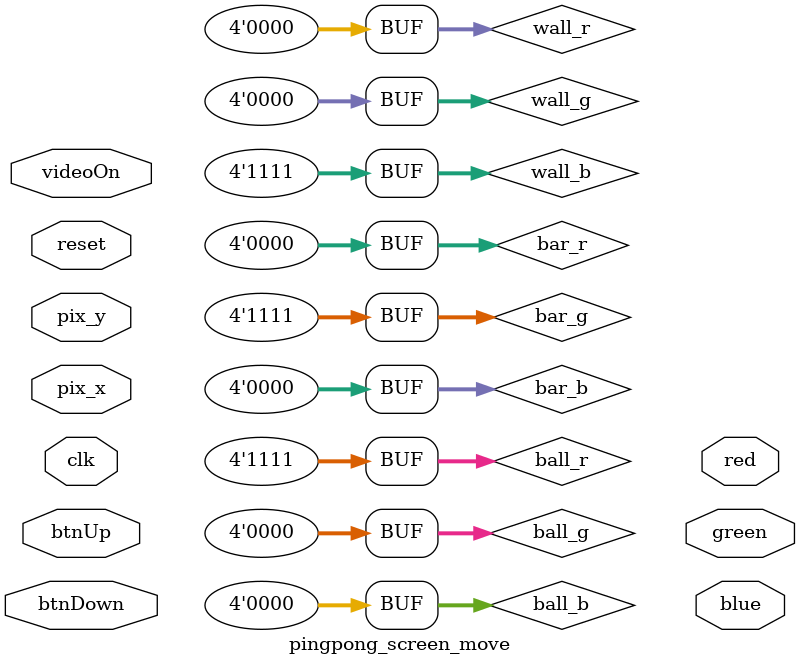
<source format=sv>
module pingpong_screen_move(
    input logic clk,reset,
    input logic btnUp,btnDown,
    input logic videoOn,
    input logic [10:0]pix_x,pix_y,
    output logic [3:0]red,green,blue
);
localparam
        MAX_X =640,MAX_Y= 480,//(0.0)to(639,479)
        //ÆÁÄ»²ÎÊý
        H_SYNC = 96,//horizontal sync width 
        H_BACK = 48,//left border (back porch)
        H_SYNC_START = H_SYNC+ H_BACK,//ÐÐÏÔÊ¾ºóÑØ=144£¨96+48£©
        V_SYNC = 2,//vertical sync lines
        V_TOP = 29,// v vertical top border
        V_SYNC_START =V_SYNC+V_TOP,//³¡ÏÔÊ¾ºóÑØ= 31£¨2+29£©
        //=== wall ===
        WALL_X_L= H_SYNC_START + 30,//left boundary 
        WALL_X_R = H_SYNC_START + 40,//right boundary 
        //=== bar ===
        BAR_X_L = H_SYNC_START + 600,//left boundary
        BAR_X_R = H_SYNC_START + 605,//right boundary
        BAR_Y_SIZE = 70,//bar µÄ¸ß¶È
        BAR_Y_T = V_SYNC_START + MAX_Y/2 - BAR_Y_SIZE/2,//Top=204 
        BAR_Y_B = BAR_Y_T + BAR_Y_SIZE -1,//bottom boundary 
        //=== ball ===
        BALL_SIZE = 8,
        BALL_X_L = H_SYNC_START + 580,//left boundary
        BALL_X_R = BALL_X_L + BALL_SIZE-1,//right boundary 
        BALL_Y_T = V_SYNC_START + MAX_Y/2 -BALL_SIZE/2,//top boundary
        BALL_Y_B = BALL_Y_T+ BALL_SIZE-1,//bottom boundary
        //===Ã¿´ÎÒÆ¶¯¾àÀë===
        BAR_V = 2,//bar
        BALL_V =2;//ball
        
logic wallOn,barOn, ballOn;
logic [3:0]wall_r,wall_g,wall_b;
logic [3:0]bar_r,bar_g,bar_b;
logic [3:0]ball_r,ball_g,ball_b;

logic [10:0]bar_y_t,bar_y_b;
//===WALL===
assign wallOn = (WALL_X_L <= pix_x) && (pix_x <= WALL_X_R);
    assign wall_r = 4'b0000;
    assign wall_g = 4'b0000;
    assign wall_b = 4'b1111;
//===BAR===
assign barOn = ((BAR_X_L <= pix_x) && (pix_x <= BAR_X_R) &&
                   (bar_y_t <= pix_y) && (pix_y <= bar_y_b));
assign bar_r = 4'b0000;
assign bar_g = 4'b1111;
assign bar_b = 4'b0000;
 
always@(posedge clk,posedge reset)
begin 
    if(reset)
    begin
        bar_y_t<=BAR_Y_T;
    end
    else if(btnDown & (bar_y_b <= (V_SYNC_START+MAX_Y-1-BAR_V)))
        bar_y_t<=bar_y_t+BAR_V;//move down
    else if(btnUp & (bar_y_t >= (V_SYNC_START+BAR_V)))
        bar_y_t<=bar_y_t-BAR_V;//move up
end

assign bar_y_b = bar_y_t + BAR_Y_SIZE - 1;

//===BALL===
logic [2:0] rom_addr,rom_col;
logic rom_bit;
logic [7:0]rom_data;
logic [10:0] ball_x_l,ball_x_r;
logic [10:0] ball_y_t,ball_y_b;
logic [10:0] ball_dx ,ball_dy ;

assign ball_x_r = ball_x_l + BALL_SIZE - 1;
assign ball_y_b = ball_y_t + BALL_SIZE - 1;

assign ballOn = ((ball_x_l <= pix_x) && (pix_x <= ball_x_r) &&
                    (ball_y_t <= pix_y) && (pix_y <= ball_y_b)) &
                    rom_bit;     
assign ball_r = 4'b1111;
assign ball_g = 4'b0000;
assign ball_b = 4'b0000;          

always_comb
    case(rom_addr)
        3'h0: rom_data = 8'b0011_1100;
        3'h1: rom_data = 8'b0111_1110;
        3'h2: rom_data = 8'b1111_1111;
        3'h3: rom_data = 8'b1111_1111;
        3'h4: rom_data = 8'b1111_1111;
        3'h5: rom_data = 8'b1111_1111;
        3'h6: rom_data = 8'b0111_1110;
        3'h7: rom_data = 8'b0011_1100;
    endcase
assign rom_col  = pix_x[2:0] - ball_x_l[2:0];
assign rom_addr = pix_y[2:0] - ball_y_t[2:0];
assign rom_bit  = rom_data[rom_col];

always@(posedge clk,posedge reset)
begin
    if(reset)
    begin
        ball_x_l <= BALL_X_L;
        ball_y_t <= BALL_Y_T;
        ball_dx  <= -1 * BALL_V;
        ball_dy  <= -1 * BALL_V;
    end
    else
    begin 
        ball_x_l <= ball_x_l + ball_dx;
        ball_y_t <= ball_y_t + ball_dy;
        if(ball_y_t<=V_SYNC_START)
            ball_dy <= BALL_V;
        else if(ball_y_b>=V_SYNC_START + MAX_Y)
            ball_dy <= -1*BALL_V;
        else if(ball_x_l<=WALL_X_R)
            ball_dx <= BALL_V;
        else if((ball_x_r>=BAR_X_L) &&
                (ball_x_r<=BAR_X_R) &&
                (ball_y_b>=bar_y_t) &&
                (ball_y_t<=bar_y_b))
            ball_dx <= -1*BALL_V;
        else if(ball_x_r>=H_SYNC_START + MAX_X)
            ball_dx <= -1*BALL_V;
    end
end
endmodule
</source>
